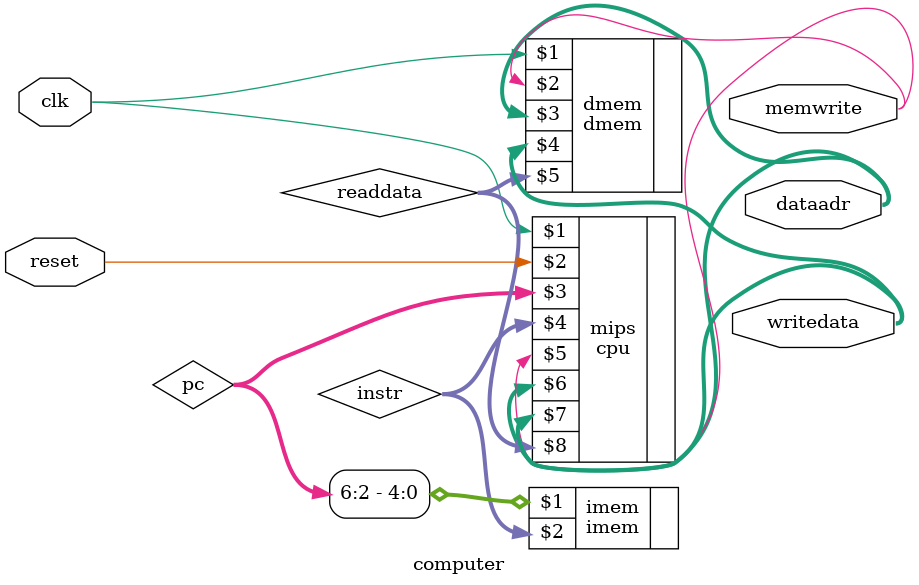
<source format=sv>
`ifndef COMPUTER
`define COMPUTER

`timescale 1ns/100ps

`include "../cpu/cpu.sv"
`include "../imem/imem.sv"
`include "../dmem/dmem.sv"

module computer
    #(parameter n = 16)(
    //
    // ---------------- PORT DEFINITIONS ----------------
    //
    input  logic           clk, reset, 
    output logic [(n-1):0] writedata, dataadr, 
    output logic           memwrite
);
    //
    // ---------------- MODULE DESIGN IMPLEMENTATION ----------------
    //
    logic [(n-1):0] pc, instr, readdata;

    // computer internal components

    // the RISC CPU
    cpu mips(clk, reset, pc, instr, memwrite, dataadr, writedata, readdata);
    // the instruction memory ("text segment") in main memory
    imem imem(pc[6:2], instr);
    // the data memory ("data segment") in main memory
    dmem dmem(clk, memwrite, dataadr, writedata, readdata);

endmodule

`endif // COMPUTER
</source>
